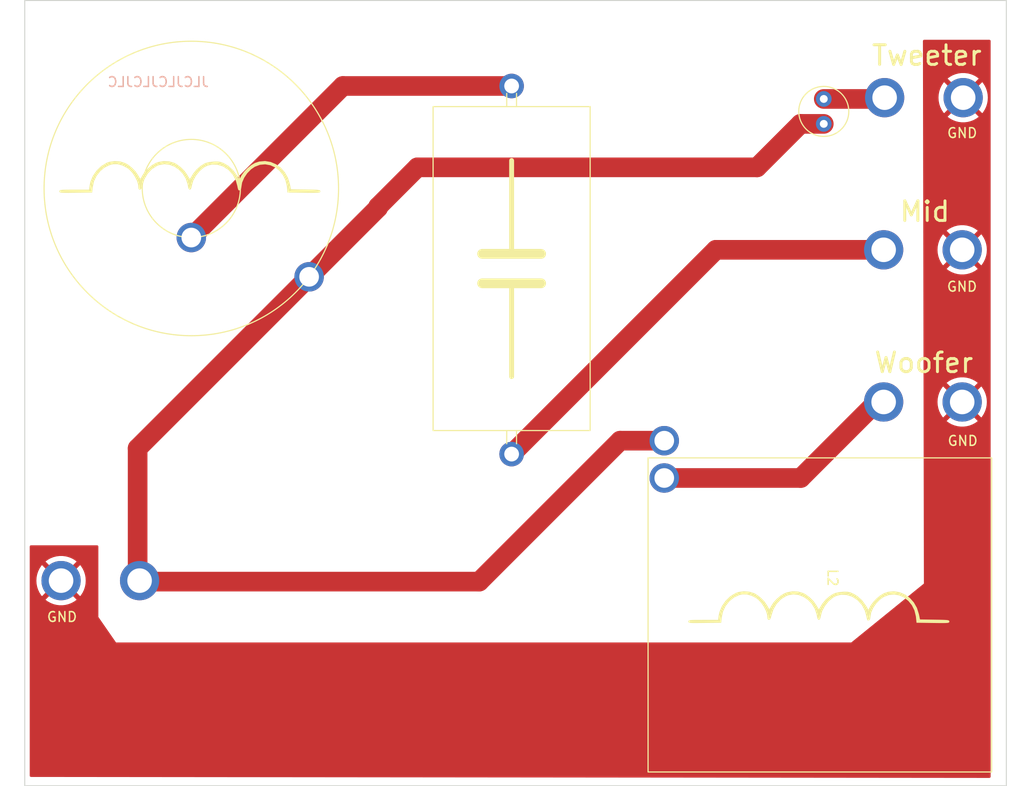
<source format=kicad_pcb>
(kicad_pcb (version 20211014) (generator pcbnew)
  (layers (0 "F.Cu" signal) (31 "B.Cu" signal) (34 "B.Paste" user) (35 "F.Paste" user) (36 "B.SilkS" user "B.Silkscreen") (37 "F.SilkS" user "F.Silkscreen") (38 "B.Mask" user) (39 "F.Mask" user) (44 "Edge.Cuts" user))
  (net 0 "")
  (net 1 "Net-(C1-Pad2)")
  (net 2 "Net-(C2-Pad2)")
  (net 3 "Net-(L1-Pad2)")
  (net 4 "Net-(L1-Pad1)")
  (net 5 "GND")
  (net 6 "Net-(J4-Pad1)")
  (footprint "SamacSys_Parts:Jamicon 10uF 63V Audio Crossover Capacitor" (layer "F.Cu") (at 231.4 90.63 180)
    (fp_text reference "C1" hide)
    (fp_text value "C")
    (fp_circle (center 0 1.33) (end 1.9 3.03) (layer "F.SilkS") (width 0.12) (fill none))
    (pad "1" thru_hole circle (at 0 0.06 180) (size 1.6 1.6) (drill 0.8) (layers *.Cu *.Mask) (net 3 "Net-(L1-Pad2)"))
    (pad "2" thru_hole circle (at 0 2.6 180) (size 1.6 1.6) (drill 0.8) (layers *.Cu *.Mask) (net 1 "Net-(C1-Pad2)"))
  )
  (footprint "SamacSys_Parts:Pad do lutowania audio przewodów" (layer "F.Cu") (at 244.1 87.9)
    (fp_text reference "J2" hide)
    (fp_text value "Conn_01x02_Female")
    (pad "1" thru_hole circle (at -6.5 0) (size 4 4) (drill 2.5) (layers *.Cu *.Mask) (net 1 "Net-(C1-Pad2)"))
    (pad "2" thru_hole circle (at 1.5 0) (size 4 4) (drill 2.5) (layers *.Cu *.Mask) (net 5 "GND"))
  )
  (footprint "SamacSys_Parts:Pad do lutowania audio przewodów" (layer "F.Cu") (at 155.2 137.1 180)
    (fp_text reference "J1" hide)
    (fp_text value "Conn_01x02_Female")
    (pad "1" thru_hole circle (at -6.5 0 180) (size 4 4) (drill 2.5) (layers *.Cu *.Mask) (net 3 "Net-(L1-Pad2)"))
    (pad "2" thru_hole circle (at 1.5 0 180) (size 4 4) (drill 2.5) (layers *.Cu *.Mask) (net 5 "GND"))
  )
  (footprint "SamacSys_Parts:Jantzen Audio 000-2169 3,3mH 0,7Ohm" (layer "F.Cu") (at 214.8 136.795 -90)
    (fp_text reference "L2" (at 0 -17.5 -90 unlocked) (layer "F.SilkS"))
    (fp_text value "L" hide)
    (fp_rect (start -12.2 1.3) (end 19.8 -33.7) (layer "F.SilkS") (width 0.12) (fill none))
    (fp_poly (pts (xy 1.464523 -7.902689) (xy 1.566686 -7.614942) (xy 1.899535 -7.071779) (xy 2.355117 -6.598678) (xy 2.896954 -6.223023) (xy 3.48857 -5.972203) (xy 3.861855 -5.891729) (xy 4.300667 -5.833519) (xy 4.300667 -4.320426) (xy 4.301449 -3.780928) (xy 4.305537 -3.38768) (xy 4.315539 -3.117601) (xy 4.334068 -2.947611) (xy 4.363733 -2.854626) (xy 4.407144 -2.815566) (xy 4.466912 -2.80735) (xy 4.47179 -2.807334) (xy 4.530132 -2.813293) (xy 4.573032 -2.845817) (xy 4.602435 -2.926877) (xy 4.620289 -3.078442) (xy 4.62854 -3.322484) (xy 4.629135 -3.680972) (xy 4.624021 -4.175878) (xy 4.619957 -4.4795) (xy 4.597 -6.151667) (xy 4.081417 -6.201039) (xy 3.461597 -6.335634) (xy 2.897834 -6.602685) (xy 2.414269 -6.980891) (xy 2.035042 -7.448953) (xy 1.784292 -7.985569) (xy 1.711463 -8.292216) (xy 1.714158 -8.748176) (xy 1.845338 -9.236272) (xy 2.087095 -9.703536) (xy 2.269486 -9.942503) (xy 2.59706 -10.245626) (xy 2.997048 -10.513676) (xy 3.418013 -10.719271) (xy 3.808517 -10.835032) (xy 3.975523 -10.850667) (xy 4.192789 -10.866871) (xy 4.285997 -10.929924) (xy 4.300667 -11.012985) (xy 4.262474 -11.120272) (xy 4.124583 -11.199658) (xy 3.859626 -11.269888) (xy 3.227515 -11.478689) (xy 2.67283 -11.807262) (xy 2.220182 -12.235185) (xy 1.894183 -12.742035) (xy 1.798833 -12.979879) (xy 1.709102 -13.50242) (xy 1.770024 -14.027028) (xy 1.964806 -14.530573) (xy 2.276651 -14.989924) (xy 2.688766 -15.38195) (xy 3.184357 -15.683522) (xy 3.746628 -15.871507) (xy 3.92019 -15.901533) (xy 4.171221 -15.954711) (xy 4.285019 -16.034769) (xy 4.300667 -16.1) (xy 4.251858 -16.203227) (xy 4.084239 -16.269964) (xy 3.92019 -16.298468) (xy 3.401107 -16.444087) (xy 2.887943 -16.719553) (xy 2.424545 -17.091425) (xy 2.054759 -17.526265) (xy 1.870088 -17.861947) (xy 1.746377 -18.363428) (xy 1.766807 -18.90557) (xy 1.928892 -19.444332) (xy 1.963632 -19.518796) (xy 2.317062 -20.054739) (xy 2.792354 -20.480012) (xy 3.374502 -20.783649) (xy 3.893511 -20.929069) (xy 4.180549 -20.988004) (xy 4.332791 -21.039775) (xy 4.382547 -21.104609) (xy 4.362124 -21.202732) (xy 4.356117 -21.218682) (xy 4.236169 -21.318435) (xy 4.050232 -21.349334) (xy 3.58315 -21.42431) (xy 3.097864 -21.631487) (xy 2.634885 -21.944236) (xy 2.234724 -22.33593) (xy 1.971786 -22.715496) (xy 1.769746 -23.241636) (xy 1.721778 -23.775283) (xy 1.814962 -24.295864) (xy 2.036382 -24.782807) (xy 2.37312 -25.21554) (xy 2.812257 -25.573491) (xy 3.340876 -25.836087) (xy 3.946058 -25.982756) (xy 4.029326 -25.9922) (xy 4.597 -26.048334) (xy 4.619957 -27.7205) (xy 4.627157 -28.291474) (xy 4.629575 -28.715101) (xy 4.625291 -29.013344) (xy 4.612385 -29.208164) (xy 4.588936 -29.321524) (xy 4.553024 -29.375387) (xy 4.502728 -29.391714) (xy 4.473744 -29.392667) (xy 4.412974 -29.384797) (xy 4.368253 -29.345731) (xy 4.336601 -29.252285) (xy 4.315035 -29.081274) (xy 4.300576 -28.809513) (xy 4.290241 -28.413818) (xy 4.281454 -27.897186) (xy 4.258334 -26.401705) (xy 3.722027 -26.292381) (xy 3.079779 -26.089495) (xy 2.522401 -25.771904) (xy 2.062127 -25.359991) (xy 1.711192 -24.87414) (xy 1.481832 -24.334735) (xy 1.386281 -23.762157) (xy 1.436774 -23.176791) (xy 1.58328 -22.729249) (xy 1.800055 -22.365065) (xy 2.118915 -21.98039) (xy 2.489027 -21.627471) (xy 2.859562 -21.358556) (xy 2.979368 -21.294225) (xy 3.281338 -21.150225) (xy 2.880836 -20.920165) (xy 2.320294 -20.516122) (xy 1.870482 -20.021441) (xy 1.613099 -19.586505) (xy 1.496995 -19.302432) (xy 1.439875 -19.045036) (xy 1.429048 -18.737704) (xy 1.43775 -18.528172) (xy 1.480449 -18.140966) (xy 1.556175 -17.793215) (xy 1.624693 -17.604918) (xy 1.889814 -17.182528) (xy 2.247536 -16.778435) (xy 2.641702 -16.45204) (xy 2.81307 -16.34789) (xy 3.031628 -16.224444) (xy 3.171919 -16.130798) (xy 3.2 -16.1) (xy 3.13195 -16.039666) (xy 2.957826 -15.931853) (xy 2.818879 -15.855192) (xy 2.3924 -15.558672) (xy 1.989939 -15.154143) (xy 1.665932 -14.700174) (xy 1.565129 -14.506207) (xy 1.415209 -13.993911) (xy 1.38911 -13.429413) (xy 1.485832 -12.874937) (xy 1.595961 -12.586334) (xy 1.836289 -12.193467) (xy 2.164535 -11.804449) (xy 2.531098 -11.470939) (xy 2.8825 -11.246415) (xy 3.079317 -11.14568) (xy 3.190671 -11.073287) (xy 3.2 -11.060082) (xy 3.131816 -11.003585) (xy 2.95903 -10.902298) (xy 2.851752 -10.845779) (xy 2.452266 -10.57684) (xy 2.061329 -10.201372) (xy 1.732903 -9.775975) (xy 1.588482 -9.520698) (xy 1.427335 -9.011565) (xy 1.385764 -8.4503)) (layer "F.SilkS") (width 0) (fill solid))
    (pad "1" thru_hole circle (at -10.15 -0.35 270) (size 3 3) (drill 2) (layers *.Cu *.Mask) (net 6 "Net-(J4-Pad1)"))
    (pad "2" thru_hole circle (at -13.95 -0.35 270) (size 3 3) (drill 2) (layers *.Cu *.Mask) (net 3 "Net-(L1-Pad2)"))
  )
  (footprint "SamacSys_Parts:M.D.L. 100uF 100V Audio Crossover Capacitor" (layer "F.Cu") (at 199.6 86.91 -90)
    (fp_text reference "C2" hide)
    (fp_text value "C")
    (fp_line (start 34.95 0.5) (end 36.25 0.5) (layer "F.SilkS") (width 0.12))
    (fp_line (start 34.95 -0.5) (end 36.25 -0.5) (layer "F.SilkS") (width 0.12))
    (fp_line (start 19.9 -3) (end 19.9 3) (layer "F.SilkS") (width 1))
    (fp_line (start 0.55 -0.5) (end 1.85 -0.5) (layer "F.SilkS") (width 0.12))
    (fp_line (start 16.9 -3) (end 16.9 3) (layer "F.SilkS") (width 1))
    (fp_line (start 0.55 0.5) (end 1.85 0.5) (layer "F.SilkS") (width 0.12))
    (fp_line (start 29.4 0) (end 19.9 0) (layer "F.SilkS") (width 0.5))
    (fp_line (start 7.4 0) (end 16.9 0) (layer "F.SilkS") (width 0.5))
    (fp_rect (start 1.9 -8) (end 34.9 8) (layer "F.SilkS") (width 0.12) (fill none))
    (pad "1" thru_hole circle (at -0.2 0 270) (size 2.5 2.5) (drill 1.5) (layers *.Cu *.Mask) (net 4 "Net-(L1-Pad1)"))
    (pad "2" thru_hole circle (at 37.3 0 270) (size 2.5 2.5) (drill 1.5) (layers *.Cu *.Mask) (net 2 "Net-(C2-Pad2)"))
  )
  (footprint "SamacSys_Parts:Jantzen Audio000-1989 0,47mH 0,36Ohm" (layer "F.Cu") (at 166.97 97.15)
    (fp_text reference "L1" hide)
    (fp_text value "L")
    (fp_circle (center 0 0) (end -5 0) (layer "F.SilkS") (width 0.12) (fill none))
    (fp_circle (center 0 0) (end -15 0) (layer "F.SilkS") (width 0.12) (fill none))
    (fp_poly (pts (xy -8.347536 -2.716815) (xy -8.635283 -2.614652) (xy -9.178446 -2.281803) (xy -9.651547 -1.826221) (xy -10.027202 -1.284384) (xy -10.278022 -0.692768) (xy -10.358496 -0.319483) (xy -10.416706 0.119329) (xy -11.929799 0.119329) (xy -12.469297 0.120111) (xy -12.862545 0.124199) (xy -13.132624 0.134201) (xy -13.302614 0.15273) (xy -13.395599 0.182395) (xy -13.434659 0.225806) (xy -13.442875 0.285574) (xy -13.442891 0.290452) (xy -13.436932 0.348794) (xy -13.404408 0.391694) (xy -13.323348 0.421097) (xy -13.171783 0.438951) (xy -12.927741 0.447202) (xy -12.569253 0.447797) (xy -12.074347 0.442683) (xy -11.770725 0.438619) (xy -10.098558 0.415662) (xy -10.049186 -0.099921) (xy -9.914591 -0.719741) (xy -9.64754 -1.283504) (xy -9.269334 -1.767069) (xy -8.801272 -2.146296) (xy -8.264656 -2.397046) (xy -7.958009 -2.469875) (xy -7.502049 -2.46718) (xy -7.013953 -2.336) (xy -6.546689 -2.094243) (xy -6.307722 -1.911852) (xy -6.004599 -1.584278) (xy -5.736549 -1.18429) (xy -5.530954 -0.763325) (xy -5.415193 -0.372821) (xy -5.399558 -0.205815) (xy -5.383354 0.011451) (xy -5.320301 0.104659) (xy -5.23724 0.119329) (xy -5.129953 0.081136) (xy -5.050567 -0.056755) (xy -4.980337 -0.321712) (xy -4.771536 -0.953823) (xy -4.442963 -1.508508) (xy -4.01504 -1.961156) (xy -3.50819 -2.287155) (xy -3.270346 -2.382505) (xy -2.747805 -2.472236) (xy -2.223197 -2.411314) (xy -1.719652 -2.216532) (xy -1.260301 -1.904687) (xy -0.868275 -1.492572) (xy -0.566703 -0.996981) (xy -0.378718 -0.43471) (xy -0.348692 -0.261148) (xy -0.295514 -0.010117) (xy -0.215456 0.103681) (xy -0.150225 0.119329) (xy -0.046998 0.07052) (xy 0.019739 -0.097099) (xy 0.048243 -0.261148) (xy 0.193862 -0.780231) (xy 0.469328 -1.293395) (xy 0.8412 -1.756793) (xy 1.27604 -2.126579) (xy 1.611722 -2.31125) (xy 2.113203 -2.434961) (xy 2.655345 -2.414531) (xy 3.194107 -2.252446) (xy 3.268571 -2.217706) (xy 3.804514 -1.864276) (xy 4.229787 -1.388984) (xy 4.533424 -0.806836) (xy 4.678844 -0.287827) (xy 4.737779 -0.000789) (xy 4.78955 0.151453) (xy 4.854384 0.201209) (xy 4.952507 0.180786) (xy 4.968457 0.174779) (xy 5.06821 0.054831) (xy 5.099109 -0.131106) (xy 5.174085 -0.598188) (xy 5.381262 -1.083474) (xy 5.694011 -1.546453) (xy 6.085705 -1.946614) (xy 6.465271 -2.209552) (xy 6.991411 -2.411592) (xy 7.525058 -2.45956) (xy 8.045639 -2.366376) (xy 8.532582 -2.144956) (xy 8.965315 -1.808218) (xy 9.323266 -1.369081) (xy 9.585862 -0.840462) (xy 9.732531 -0.23528) (xy 9.741975 -0.152012) (xy 9.798109 0.415662) (xy 11.470275 0.438619) (xy 12.041249 0.445819) (xy 12.464876 0.448237) (xy 12.763119 0.443953) (xy 12.957939 0.431047) (xy 13.071299 0.407598) (xy 13.125162 0.371686) (xy 13.141489 0.32139) (xy 13.142442 0.292406) (xy 13.134572 0.231636) (xy 13.095506 0.186915) (xy 13.00206 0.155263) (xy 12.831049 0.133697) (xy 12.559288 0.119238) (xy 12.163593 0.108903) (xy 11.646961 0.100116) (xy 10.15148 0.076996) (xy 10.042156 -0.459311) (xy 9.83927 -1.101559) (xy 9.521679 -1.658937) (xy 9.109766 -2.119211) (xy 8.623915 -2.470146) (xy 8.08451 -2.699506) (xy 7.511932 -2.795057) (xy 6.926566 -2.744564) (xy 6.479024 -2.598058) (xy 6.11484 -2.381283) (xy 5.730165 -2.062423) (xy 5.377246 -1.692311) (xy 5.108331 -1.321776) (xy 5.044 -1.20197) (xy 4.9 -0.9) (xy 4.66994 -1.300502) (xy 4.265897 -1.861044) (xy 3.771216 -2.310856) (xy 3.33628 -2.568239) (xy 3.052207 -2.684343) (xy 2.794811 -2.741463) (xy 2.487479 -2.75229) (xy 2.277947 -2.743588) (xy 1.890741 -2.700889) (xy 1.54299 -2.625163) (xy 1.354693 -2.556645) (xy 0.932303 -2.291524) (xy 0.52821 -1.933802) (xy 0.201815 -1.539636) (xy 0.097665 -1.368268) (xy -0.025781 -1.14971) (xy -0.119427 -1.009419) (xy -0.150225 -0.981338) (xy -0.210559 -1.049388) (xy -0.318372 -1.223512) (xy -0.395033 -1.362459) (xy -0.691553 -1.788938) (xy -1.096082 -2.191399) (xy -1.550051 -2.515406) (xy -1.744018 -2.616209) (xy -2.256314 -2.766129) (xy -2.820812 -2.792228) (xy -3.375288 -2.695506) (xy -3.663891 -2.585377) (xy -4.056758 -2.345049) (xy -4.445776 -2.016803) (xy -4.779286 -1.65024) (xy -5.00381 -1.298838) (xy -5.104545 -1.102021) (xy -5.176938 -0.990667) (xy -5.190143 -0.981338) (xy -5.24664 -1.049522) (xy -5.347927 -1.222308) (xy -5.404446 -1.329586) (xy -5.673385 -1.729072) (xy -6.048853 -2.120009) (xy -6.47425 -2.448435) (xy -6.729527 -2.592856) (xy -7.23866 -2.754003) (xy -7.799925 -2.795574)) (layer "F.SilkS") (width 0) (fill solid))
    (pad "1" thru_hole circle (at 0 5) (size 3 3) (drill 2) (layers *.Cu *.Mask) (net 4 "Net-(L1-Pad1)"))
    (pad "2" thru_hole circle (at 12 9) (size 3 3) (drill 2) (layers *.Cu *.Mask) (net 3 "Net-(L1-Pad2)"))
  )
  (footprint "SamacSys_Parts:Pad do lutowania audio przewodów" (layer "F.Cu") (at 244 103.4)
    (fp_text reference "J3" hide)
    (fp_text value "Conn_01x02_Female")
    (pad "1" thru_hole circle (at -6.5 0) (size 4 4) (drill 2.5) (layers *.Cu *.Mask) (net 2 "Net-(C2-Pad2)"))
    (pad "2" thru_hole circle (at 1.5 0) (size 4 4) (drill 2.5) (layers *.Cu *.Mask) (net 5 "GND"))
  )
  (footprint "SamacSys_Parts:Pad do lutowania audio przewodów" (layer "F.Cu") (at 244 118.9)
    (fp_text reference "J4" hide)
    (fp_text value "Conn_01x02_Female")
    (pad "1" thru_hole circle (at -6.5 0) (size 4 4) (drill 2.5) (layers *.Cu *.Mask) (net 6 "Net-(J4-Pad1)"))
    (pad "2" thru_hole circle (at 1.5 0) (size 4 4) (drill 2.5) (layers *.Cu *.Mask) (net 5 "GND"))
  )
  (gr_rect (start 150 78) (end 250 158) (layer "Edge.Cuts") (width 0.1) (fill none))
  (gr_text "JLCJLCJLCJLC" (at 163.6 86.3) (layer "B.SilkS") (effects (font (size 1 1)) (justify mirror)))
  (gr_text "GND" (at 245.555606 122.860786) (layer "F.SilkS") (effects (font (size 1 1))))
  (gr_text "Woofer" (at 241.6 114.9) (layer "F.SilkS") (effects (font (size 2 2) (thickness 0.3))))
  (gr_text "GND" (at 245.484524 107.151672) (layer "F.SilkS") (effects (font (size 1 1))))
  (gr_text "GND" (at 153.8 140.8) (layer "F.SilkS") (effects (font (size 1 1))))
  (gr_text "Mid" (at 241.7 99.5) (layer "F.SilkS") (effects (font (size 2 2) (thickness 0.3))))
  (gr_text "GND" (at 245.5 91.5) (layer "F.SilkS") (effects (font (size 1 1))))
  (gr_text "Tweeter" (at 241.9 83.6) (layer "F.SilkS") (effects (font (size 2 2) (thickness 0.3))))
  (segment (start 231.4 88.03) (end 237.47 88.03) (width 2) (layer "F.Cu") (net 1))
  (segment (start 237.47 88.03) (end 237.6 87.9) (width 2) (layer "F.Cu") (net 1))
  (segment (start 199.6 124.21) (end 220.41 103.4) (width 2) (layer "F.Cu") (net 2))
  (segment (start 220.41 103.4) (end 237.5 103.4) (width 2) (layer "F.Cu") (net 2))
  (segment (start 161.7 137.1) (end 161.8 137.2) (width 2) (layer "F.Cu") (net 3))
  (segment (start 161.5 136.9) (end 161.7 137.1) (width 2) (layer "F.Cu") (net 3))
  (segment (start 178.97 106.15) (end 186 99.12) (width 2) (layer "F.Cu") (net 3))
  (segment (start 161.5 123.62) (end 161.5 136.9) (width 2) (layer "F.Cu") (net 3))
  (segment (start 161.8 137.2) (end 196.3 137.2) (width 2) (layer "F.Cu") (net 3))
  (segment (start 224.6 95) (end 229.03 90.57) (width 2) (layer "F.Cu") (net 3))
  (segment (start 186 99) (end 190 95) (width 2) (layer "F.Cu") (net 3))
  (segment (start 178.97 106.15) (end 161.5 123.62) (width 2) (layer "F.Cu") (net 3))
  (segment (start 210.655 122.845) (end 215.15 122.845) (width 2) (layer "F.Cu") (net 3))
  (segment (start 190 95) (end 224.6 95) (width 2) (layer "F.Cu") (net 3))
  (segment (start 229.03 90.57) (end 231.4 90.57) (width 2) (layer "F.Cu") (net 3))
  (segment (start 186 99.12) (end 186 99) (width 2) (layer "F.Cu") (net 3))
  (segment (start 196.3 137.2) (end 210.655 122.845) (width 2) (layer "F.Cu") (net 3))
  (segment (start 166.97 102.15) (end 182.41 86.71) (width 2) (layer "F.Cu") (net 4))
  (segment (start 182.41 86.71) (end 199.6 86.71) (width 2) (layer "F.Cu") (net 4))
  (segment (start 236.8 118.9) (end 237.5 118.9) (width 2) (layer "F.Cu") (net 6))
  (segment (start 215.15 126.645) (end 229.055 126.645) (width 2) (layer "F.Cu") (net 6))
  (segment (start 229.055 126.645) (end 236.8 118.9) (width 2) (layer "F.Cu") (net 6))
  (zone (net 5) (net_name "GND") (layer "F.Cu") (connect_pads (clearance 0.508)) (min_thickness 0.254) (fill yes (thermal_gap 0.508) (thermal_bridge_width 0.508))
    (polygon (pts (xy 248.4 157.2) (xy 150.5 157.1) (xy 150.5 133.5) (xy 157.5 133.5) (xy 157.5 140.8) (xy 159.3 143.4) (xy 234.2 143.4) (xy 241.6 137.4) (xy 241.5 82) (xy 248.4 82)))
  )
)
</source>
